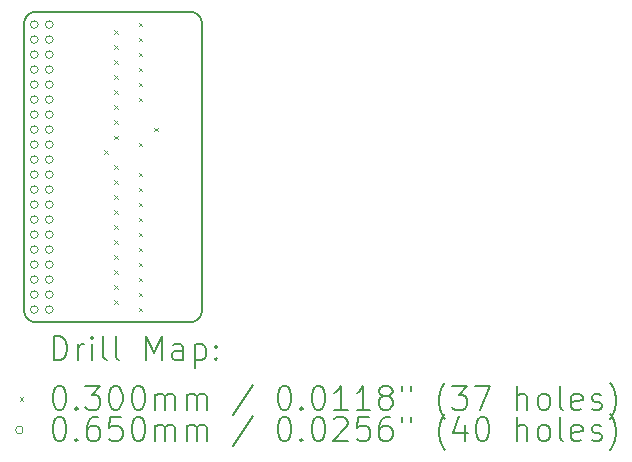
<source format=gbr>
%TF.GenerationSoftware,KiCad,Pcbnew,7.0.6-0*%
%TF.CreationDate,2023-10-14T16:51:07-04:00*%
%TF.ProjectId,RAM Module,52414d20-4d6f-4647-956c-652e6b696361,1*%
%TF.SameCoordinates,Original*%
%TF.FileFunction,Drillmap*%
%TF.FilePolarity,Positive*%
%FSLAX45Y45*%
G04 Gerber Fmt 4.5, Leading zero omitted, Abs format (unit mm)*
G04 Created by KiCad (PCBNEW 7.0.6-0) date 2023-10-14 16:51:07*
%MOMM*%
%LPD*%
G01*
G04 APERTURE LIST*
%ADD10C,0.150000*%
%ADD11C,0.200000*%
%ADD12C,0.030000*%
%ADD13C,0.065000*%
G04 APERTURE END LIST*
D10*
X14259000Y-8687000D02*
X14259000Y-11116284D01*
X15766008Y-8687000D02*
G75*
G03*
X15666000Y-8586992I-100008J0D01*
G01*
X14358716Y-11216291D02*
X15666284Y-11216291D01*
X14359008Y-8586990D02*
G75*
G03*
X14259000Y-8687000I2J-100010D01*
G01*
X15766291Y-11116284D02*
X15766291Y-8687000D01*
X15666284Y-11216291D02*
G75*
G03*
X15766291Y-11116284I-4J100011D01*
G01*
X14258708Y-11116284D02*
G75*
G03*
X14358716Y-11216291I100012J4D01*
G01*
X15666000Y-8586992D02*
X14359008Y-8586992D01*
D11*
D12*
X14936000Y-9760000D02*
X14966000Y-9790000D01*
X14966000Y-9760000D02*
X14936000Y-9790000D01*
X15023000Y-8743000D02*
X15053000Y-8773000D01*
X15053000Y-8743000D02*
X15023000Y-8773000D01*
X15023000Y-8870000D02*
X15053000Y-8900000D01*
X15053000Y-8870000D02*
X15023000Y-8900000D01*
X15023000Y-8997000D02*
X15053000Y-9027000D01*
X15053000Y-8997000D02*
X15023000Y-9027000D01*
X15023000Y-9124000D02*
X15053000Y-9154000D01*
X15053000Y-9124000D02*
X15023000Y-9154000D01*
X15023000Y-9251000D02*
X15053000Y-9281000D01*
X15053000Y-9251000D02*
X15023000Y-9281000D01*
X15023000Y-9379000D02*
X15053000Y-9409000D01*
X15053000Y-9379000D02*
X15023000Y-9409000D01*
X15023000Y-9506000D02*
X15053000Y-9536000D01*
X15053000Y-9506000D02*
X15023000Y-9536000D01*
X15023000Y-9637000D02*
X15053000Y-9667000D01*
X15053000Y-9637000D02*
X15023000Y-9667000D01*
X15023000Y-9886000D02*
X15053000Y-9916000D01*
X15053000Y-9886000D02*
X15023000Y-9916000D01*
X15023000Y-10013000D02*
X15053000Y-10043000D01*
X15053000Y-10013000D02*
X15023000Y-10043000D01*
X15023000Y-10140000D02*
X15053000Y-10170000D01*
X15053000Y-10140000D02*
X15023000Y-10170000D01*
X15023000Y-10267000D02*
X15053000Y-10297000D01*
X15053000Y-10267000D02*
X15023000Y-10297000D01*
X15023000Y-10395000D02*
X15053000Y-10425000D01*
X15053000Y-10395000D02*
X15023000Y-10425000D01*
X15023000Y-10521000D02*
X15053000Y-10551000D01*
X15053000Y-10521000D02*
X15023000Y-10551000D01*
X15023000Y-10648000D02*
X15053000Y-10678000D01*
X15053000Y-10648000D02*
X15023000Y-10678000D01*
X15023000Y-10775000D02*
X15053000Y-10805000D01*
X15053000Y-10775000D02*
X15023000Y-10805000D01*
X15023000Y-10902000D02*
X15053000Y-10932000D01*
X15053000Y-10902000D02*
X15023000Y-10932000D01*
X15023000Y-11030000D02*
X15053000Y-11060000D01*
X15053000Y-11030000D02*
X15023000Y-11060000D01*
X15231000Y-8680000D02*
X15261000Y-8710000D01*
X15261000Y-8680000D02*
X15231000Y-8710000D01*
X15231000Y-8807000D02*
X15261000Y-8837000D01*
X15261000Y-8807000D02*
X15231000Y-8837000D01*
X15231000Y-8934000D02*
X15261000Y-8964000D01*
X15261000Y-8934000D02*
X15231000Y-8964000D01*
X15231000Y-9061000D02*
X15261000Y-9091000D01*
X15261000Y-9061000D02*
X15231000Y-9091000D01*
X15231000Y-9188000D02*
X15261000Y-9218000D01*
X15261000Y-9188000D02*
X15231000Y-9218000D01*
X15231000Y-9315000D02*
X15261000Y-9345000D01*
X15261000Y-9315000D02*
X15231000Y-9345000D01*
X15231000Y-9695000D02*
X15261000Y-9725000D01*
X15261000Y-9695000D02*
X15231000Y-9725000D01*
X15231000Y-9950000D02*
X15261000Y-9980000D01*
X15261000Y-9950000D02*
X15231000Y-9980000D01*
X15231000Y-10077000D02*
X15261000Y-10107000D01*
X15261000Y-10077000D02*
X15231000Y-10107000D01*
X15231000Y-10204000D02*
X15261000Y-10234000D01*
X15261000Y-10204000D02*
X15231000Y-10234000D01*
X15231000Y-10331000D02*
X15261000Y-10361000D01*
X15261000Y-10331000D02*
X15231000Y-10361000D01*
X15231000Y-10458000D02*
X15261000Y-10488000D01*
X15261000Y-10458000D02*
X15231000Y-10488000D01*
X15231000Y-10585000D02*
X15261000Y-10615000D01*
X15261000Y-10585000D02*
X15231000Y-10615000D01*
X15231000Y-10712000D02*
X15261000Y-10742000D01*
X15261000Y-10712000D02*
X15231000Y-10742000D01*
X15231000Y-10839000D02*
X15261000Y-10869000D01*
X15261000Y-10839000D02*
X15231000Y-10869000D01*
X15231000Y-10966000D02*
X15261000Y-10996000D01*
X15261000Y-10966000D02*
X15231000Y-10996000D01*
X15231000Y-11093000D02*
X15261000Y-11123000D01*
X15261000Y-11093000D02*
X15231000Y-11123000D01*
X15360000Y-9569000D02*
X15390000Y-9599000D01*
X15390000Y-9569000D02*
X15360000Y-9599000D01*
D13*
X14378500Y-8695000D02*
G75*
G03*
X14378500Y-8695000I-32500J0D01*
G01*
X14378500Y-8822000D02*
G75*
G03*
X14378500Y-8822000I-32500J0D01*
G01*
X14378500Y-8949000D02*
G75*
G03*
X14378500Y-8949000I-32500J0D01*
G01*
X14378500Y-9076000D02*
G75*
G03*
X14378500Y-9076000I-32500J0D01*
G01*
X14378500Y-9203000D02*
G75*
G03*
X14378500Y-9203000I-32500J0D01*
G01*
X14378500Y-9330000D02*
G75*
G03*
X14378500Y-9330000I-32500J0D01*
G01*
X14378500Y-9457000D02*
G75*
G03*
X14378500Y-9457000I-32500J0D01*
G01*
X14378500Y-9584000D02*
G75*
G03*
X14378500Y-9584000I-32500J0D01*
G01*
X14378500Y-9711000D02*
G75*
G03*
X14378500Y-9711000I-32500J0D01*
G01*
X14378500Y-9838000D02*
G75*
G03*
X14378500Y-9838000I-32500J0D01*
G01*
X14378500Y-9965000D02*
G75*
G03*
X14378500Y-9965000I-32500J0D01*
G01*
X14378500Y-10092000D02*
G75*
G03*
X14378500Y-10092000I-32500J0D01*
G01*
X14378500Y-10219000D02*
G75*
G03*
X14378500Y-10219000I-32500J0D01*
G01*
X14378500Y-10346000D02*
G75*
G03*
X14378500Y-10346000I-32500J0D01*
G01*
X14378500Y-10473000D02*
G75*
G03*
X14378500Y-10473000I-32500J0D01*
G01*
X14378500Y-10600000D02*
G75*
G03*
X14378500Y-10600000I-32500J0D01*
G01*
X14378500Y-10727000D02*
G75*
G03*
X14378500Y-10727000I-32500J0D01*
G01*
X14378500Y-10854000D02*
G75*
G03*
X14378500Y-10854000I-32500J0D01*
G01*
X14378500Y-10981000D02*
G75*
G03*
X14378500Y-10981000I-32500J0D01*
G01*
X14378500Y-11108000D02*
G75*
G03*
X14378500Y-11108000I-32500J0D01*
G01*
X14505500Y-8695000D02*
G75*
G03*
X14505500Y-8695000I-32500J0D01*
G01*
X14505500Y-8822000D02*
G75*
G03*
X14505500Y-8822000I-32500J0D01*
G01*
X14505500Y-8949000D02*
G75*
G03*
X14505500Y-8949000I-32500J0D01*
G01*
X14505500Y-9076000D02*
G75*
G03*
X14505500Y-9076000I-32500J0D01*
G01*
X14505500Y-9203000D02*
G75*
G03*
X14505500Y-9203000I-32500J0D01*
G01*
X14505500Y-9330000D02*
G75*
G03*
X14505500Y-9330000I-32500J0D01*
G01*
X14505500Y-9457000D02*
G75*
G03*
X14505500Y-9457000I-32500J0D01*
G01*
X14505500Y-9584000D02*
G75*
G03*
X14505500Y-9584000I-32500J0D01*
G01*
X14505500Y-9711000D02*
G75*
G03*
X14505500Y-9711000I-32500J0D01*
G01*
X14505500Y-9838000D02*
G75*
G03*
X14505500Y-9838000I-32500J0D01*
G01*
X14505500Y-9965000D02*
G75*
G03*
X14505500Y-9965000I-32500J0D01*
G01*
X14505500Y-10092000D02*
G75*
G03*
X14505500Y-10092000I-32500J0D01*
G01*
X14505500Y-10219000D02*
G75*
G03*
X14505500Y-10219000I-32500J0D01*
G01*
X14505500Y-10346000D02*
G75*
G03*
X14505500Y-10346000I-32500J0D01*
G01*
X14505500Y-10473000D02*
G75*
G03*
X14505500Y-10473000I-32500J0D01*
G01*
X14505500Y-10600000D02*
G75*
G03*
X14505500Y-10600000I-32500J0D01*
G01*
X14505500Y-10727000D02*
G75*
G03*
X14505500Y-10727000I-32500J0D01*
G01*
X14505500Y-10854000D02*
G75*
G03*
X14505500Y-10854000I-32500J0D01*
G01*
X14505500Y-10981000D02*
G75*
G03*
X14505500Y-10981000I-32500J0D01*
G01*
X14505500Y-11108000D02*
G75*
G03*
X14505500Y-11108000I-32500J0D01*
G01*
D11*
X14511985Y-11535275D02*
X14511985Y-11335275D01*
X14511985Y-11335275D02*
X14559604Y-11335275D01*
X14559604Y-11335275D02*
X14588176Y-11344799D01*
X14588176Y-11344799D02*
X14607223Y-11363847D01*
X14607223Y-11363847D02*
X14616747Y-11382894D01*
X14616747Y-11382894D02*
X14626271Y-11420989D01*
X14626271Y-11420989D02*
X14626271Y-11449561D01*
X14626271Y-11449561D02*
X14616747Y-11487656D01*
X14616747Y-11487656D02*
X14607223Y-11506704D01*
X14607223Y-11506704D02*
X14588176Y-11525751D01*
X14588176Y-11525751D02*
X14559604Y-11535275D01*
X14559604Y-11535275D02*
X14511985Y-11535275D01*
X14711985Y-11535275D02*
X14711985Y-11401942D01*
X14711985Y-11440037D02*
X14721509Y-11420989D01*
X14721509Y-11420989D02*
X14731033Y-11411466D01*
X14731033Y-11411466D02*
X14750080Y-11401942D01*
X14750080Y-11401942D02*
X14769128Y-11401942D01*
X14835795Y-11535275D02*
X14835795Y-11401942D01*
X14835795Y-11335275D02*
X14826271Y-11344799D01*
X14826271Y-11344799D02*
X14835795Y-11354323D01*
X14835795Y-11354323D02*
X14845319Y-11344799D01*
X14845319Y-11344799D02*
X14835795Y-11335275D01*
X14835795Y-11335275D02*
X14835795Y-11354323D01*
X14959604Y-11535275D02*
X14940557Y-11525751D01*
X14940557Y-11525751D02*
X14931033Y-11506704D01*
X14931033Y-11506704D02*
X14931033Y-11335275D01*
X15064366Y-11535275D02*
X15045319Y-11525751D01*
X15045319Y-11525751D02*
X15035795Y-11506704D01*
X15035795Y-11506704D02*
X15035795Y-11335275D01*
X15292938Y-11535275D02*
X15292938Y-11335275D01*
X15292938Y-11335275D02*
X15359604Y-11478132D01*
X15359604Y-11478132D02*
X15426271Y-11335275D01*
X15426271Y-11335275D02*
X15426271Y-11535275D01*
X15607223Y-11535275D02*
X15607223Y-11430513D01*
X15607223Y-11430513D02*
X15597700Y-11411466D01*
X15597700Y-11411466D02*
X15578652Y-11401942D01*
X15578652Y-11401942D02*
X15540557Y-11401942D01*
X15540557Y-11401942D02*
X15521509Y-11411466D01*
X15607223Y-11525751D02*
X15588176Y-11535275D01*
X15588176Y-11535275D02*
X15540557Y-11535275D01*
X15540557Y-11535275D02*
X15521509Y-11525751D01*
X15521509Y-11525751D02*
X15511985Y-11506704D01*
X15511985Y-11506704D02*
X15511985Y-11487656D01*
X15511985Y-11487656D02*
X15521509Y-11468609D01*
X15521509Y-11468609D02*
X15540557Y-11459085D01*
X15540557Y-11459085D02*
X15588176Y-11459085D01*
X15588176Y-11459085D02*
X15607223Y-11449561D01*
X15702461Y-11401942D02*
X15702461Y-11601942D01*
X15702461Y-11411466D02*
X15721509Y-11401942D01*
X15721509Y-11401942D02*
X15759604Y-11401942D01*
X15759604Y-11401942D02*
X15778652Y-11411466D01*
X15778652Y-11411466D02*
X15788176Y-11420989D01*
X15788176Y-11420989D02*
X15797700Y-11440037D01*
X15797700Y-11440037D02*
X15797700Y-11497180D01*
X15797700Y-11497180D02*
X15788176Y-11516228D01*
X15788176Y-11516228D02*
X15778652Y-11525751D01*
X15778652Y-11525751D02*
X15759604Y-11535275D01*
X15759604Y-11535275D02*
X15721509Y-11535275D01*
X15721509Y-11535275D02*
X15702461Y-11525751D01*
X15883414Y-11516228D02*
X15892938Y-11525751D01*
X15892938Y-11525751D02*
X15883414Y-11535275D01*
X15883414Y-11535275D02*
X15873890Y-11525751D01*
X15873890Y-11525751D02*
X15883414Y-11516228D01*
X15883414Y-11516228D02*
X15883414Y-11535275D01*
X15883414Y-11411466D02*
X15892938Y-11420989D01*
X15892938Y-11420989D02*
X15883414Y-11430513D01*
X15883414Y-11430513D02*
X15873890Y-11420989D01*
X15873890Y-11420989D02*
X15883414Y-11411466D01*
X15883414Y-11411466D02*
X15883414Y-11430513D01*
D12*
X14221208Y-11848791D02*
X14251208Y-11878791D01*
X14251208Y-11848791D02*
X14221208Y-11878791D01*
D11*
X14550080Y-11755275D02*
X14569128Y-11755275D01*
X14569128Y-11755275D02*
X14588176Y-11764799D01*
X14588176Y-11764799D02*
X14597700Y-11774323D01*
X14597700Y-11774323D02*
X14607223Y-11793370D01*
X14607223Y-11793370D02*
X14616747Y-11831466D01*
X14616747Y-11831466D02*
X14616747Y-11879085D01*
X14616747Y-11879085D02*
X14607223Y-11917180D01*
X14607223Y-11917180D02*
X14597700Y-11936228D01*
X14597700Y-11936228D02*
X14588176Y-11945751D01*
X14588176Y-11945751D02*
X14569128Y-11955275D01*
X14569128Y-11955275D02*
X14550080Y-11955275D01*
X14550080Y-11955275D02*
X14531033Y-11945751D01*
X14531033Y-11945751D02*
X14521509Y-11936228D01*
X14521509Y-11936228D02*
X14511985Y-11917180D01*
X14511985Y-11917180D02*
X14502461Y-11879085D01*
X14502461Y-11879085D02*
X14502461Y-11831466D01*
X14502461Y-11831466D02*
X14511985Y-11793370D01*
X14511985Y-11793370D02*
X14521509Y-11774323D01*
X14521509Y-11774323D02*
X14531033Y-11764799D01*
X14531033Y-11764799D02*
X14550080Y-11755275D01*
X14702461Y-11936228D02*
X14711985Y-11945751D01*
X14711985Y-11945751D02*
X14702461Y-11955275D01*
X14702461Y-11955275D02*
X14692938Y-11945751D01*
X14692938Y-11945751D02*
X14702461Y-11936228D01*
X14702461Y-11936228D02*
X14702461Y-11955275D01*
X14778652Y-11755275D02*
X14902461Y-11755275D01*
X14902461Y-11755275D02*
X14835795Y-11831466D01*
X14835795Y-11831466D02*
X14864366Y-11831466D01*
X14864366Y-11831466D02*
X14883414Y-11840989D01*
X14883414Y-11840989D02*
X14892938Y-11850513D01*
X14892938Y-11850513D02*
X14902461Y-11869561D01*
X14902461Y-11869561D02*
X14902461Y-11917180D01*
X14902461Y-11917180D02*
X14892938Y-11936228D01*
X14892938Y-11936228D02*
X14883414Y-11945751D01*
X14883414Y-11945751D02*
X14864366Y-11955275D01*
X14864366Y-11955275D02*
X14807223Y-11955275D01*
X14807223Y-11955275D02*
X14788176Y-11945751D01*
X14788176Y-11945751D02*
X14778652Y-11936228D01*
X15026271Y-11755275D02*
X15045319Y-11755275D01*
X15045319Y-11755275D02*
X15064366Y-11764799D01*
X15064366Y-11764799D02*
X15073890Y-11774323D01*
X15073890Y-11774323D02*
X15083414Y-11793370D01*
X15083414Y-11793370D02*
X15092938Y-11831466D01*
X15092938Y-11831466D02*
X15092938Y-11879085D01*
X15092938Y-11879085D02*
X15083414Y-11917180D01*
X15083414Y-11917180D02*
X15073890Y-11936228D01*
X15073890Y-11936228D02*
X15064366Y-11945751D01*
X15064366Y-11945751D02*
X15045319Y-11955275D01*
X15045319Y-11955275D02*
X15026271Y-11955275D01*
X15026271Y-11955275D02*
X15007223Y-11945751D01*
X15007223Y-11945751D02*
X14997700Y-11936228D01*
X14997700Y-11936228D02*
X14988176Y-11917180D01*
X14988176Y-11917180D02*
X14978652Y-11879085D01*
X14978652Y-11879085D02*
X14978652Y-11831466D01*
X14978652Y-11831466D02*
X14988176Y-11793370D01*
X14988176Y-11793370D02*
X14997700Y-11774323D01*
X14997700Y-11774323D02*
X15007223Y-11764799D01*
X15007223Y-11764799D02*
X15026271Y-11755275D01*
X15216747Y-11755275D02*
X15235795Y-11755275D01*
X15235795Y-11755275D02*
X15254842Y-11764799D01*
X15254842Y-11764799D02*
X15264366Y-11774323D01*
X15264366Y-11774323D02*
X15273890Y-11793370D01*
X15273890Y-11793370D02*
X15283414Y-11831466D01*
X15283414Y-11831466D02*
X15283414Y-11879085D01*
X15283414Y-11879085D02*
X15273890Y-11917180D01*
X15273890Y-11917180D02*
X15264366Y-11936228D01*
X15264366Y-11936228D02*
X15254842Y-11945751D01*
X15254842Y-11945751D02*
X15235795Y-11955275D01*
X15235795Y-11955275D02*
X15216747Y-11955275D01*
X15216747Y-11955275D02*
X15197700Y-11945751D01*
X15197700Y-11945751D02*
X15188176Y-11936228D01*
X15188176Y-11936228D02*
X15178652Y-11917180D01*
X15178652Y-11917180D02*
X15169128Y-11879085D01*
X15169128Y-11879085D02*
X15169128Y-11831466D01*
X15169128Y-11831466D02*
X15178652Y-11793370D01*
X15178652Y-11793370D02*
X15188176Y-11774323D01*
X15188176Y-11774323D02*
X15197700Y-11764799D01*
X15197700Y-11764799D02*
X15216747Y-11755275D01*
X15369128Y-11955275D02*
X15369128Y-11821942D01*
X15369128Y-11840989D02*
X15378652Y-11831466D01*
X15378652Y-11831466D02*
X15397700Y-11821942D01*
X15397700Y-11821942D02*
X15426271Y-11821942D01*
X15426271Y-11821942D02*
X15445319Y-11831466D01*
X15445319Y-11831466D02*
X15454842Y-11850513D01*
X15454842Y-11850513D02*
X15454842Y-11955275D01*
X15454842Y-11850513D02*
X15464366Y-11831466D01*
X15464366Y-11831466D02*
X15483414Y-11821942D01*
X15483414Y-11821942D02*
X15511985Y-11821942D01*
X15511985Y-11821942D02*
X15531033Y-11831466D01*
X15531033Y-11831466D02*
X15540557Y-11850513D01*
X15540557Y-11850513D02*
X15540557Y-11955275D01*
X15635795Y-11955275D02*
X15635795Y-11821942D01*
X15635795Y-11840989D02*
X15645319Y-11831466D01*
X15645319Y-11831466D02*
X15664366Y-11821942D01*
X15664366Y-11821942D02*
X15692938Y-11821942D01*
X15692938Y-11821942D02*
X15711985Y-11831466D01*
X15711985Y-11831466D02*
X15721509Y-11850513D01*
X15721509Y-11850513D02*
X15721509Y-11955275D01*
X15721509Y-11850513D02*
X15731033Y-11831466D01*
X15731033Y-11831466D02*
X15750081Y-11821942D01*
X15750081Y-11821942D02*
X15778652Y-11821942D01*
X15778652Y-11821942D02*
X15797700Y-11831466D01*
X15797700Y-11831466D02*
X15807223Y-11850513D01*
X15807223Y-11850513D02*
X15807223Y-11955275D01*
X16197700Y-11745751D02*
X16026271Y-12002894D01*
X16454843Y-11755275D02*
X16473890Y-11755275D01*
X16473890Y-11755275D02*
X16492938Y-11764799D01*
X16492938Y-11764799D02*
X16502462Y-11774323D01*
X16502462Y-11774323D02*
X16511985Y-11793370D01*
X16511985Y-11793370D02*
X16521509Y-11831466D01*
X16521509Y-11831466D02*
X16521509Y-11879085D01*
X16521509Y-11879085D02*
X16511985Y-11917180D01*
X16511985Y-11917180D02*
X16502462Y-11936228D01*
X16502462Y-11936228D02*
X16492938Y-11945751D01*
X16492938Y-11945751D02*
X16473890Y-11955275D01*
X16473890Y-11955275D02*
X16454843Y-11955275D01*
X16454843Y-11955275D02*
X16435795Y-11945751D01*
X16435795Y-11945751D02*
X16426271Y-11936228D01*
X16426271Y-11936228D02*
X16416747Y-11917180D01*
X16416747Y-11917180D02*
X16407224Y-11879085D01*
X16407224Y-11879085D02*
X16407224Y-11831466D01*
X16407224Y-11831466D02*
X16416747Y-11793370D01*
X16416747Y-11793370D02*
X16426271Y-11774323D01*
X16426271Y-11774323D02*
X16435795Y-11764799D01*
X16435795Y-11764799D02*
X16454843Y-11755275D01*
X16607224Y-11936228D02*
X16616747Y-11945751D01*
X16616747Y-11945751D02*
X16607224Y-11955275D01*
X16607224Y-11955275D02*
X16597700Y-11945751D01*
X16597700Y-11945751D02*
X16607224Y-11936228D01*
X16607224Y-11936228D02*
X16607224Y-11955275D01*
X16740557Y-11755275D02*
X16759605Y-11755275D01*
X16759605Y-11755275D02*
X16778652Y-11764799D01*
X16778652Y-11764799D02*
X16788176Y-11774323D01*
X16788176Y-11774323D02*
X16797700Y-11793370D01*
X16797700Y-11793370D02*
X16807224Y-11831466D01*
X16807224Y-11831466D02*
X16807224Y-11879085D01*
X16807224Y-11879085D02*
X16797700Y-11917180D01*
X16797700Y-11917180D02*
X16788176Y-11936228D01*
X16788176Y-11936228D02*
X16778652Y-11945751D01*
X16778652Y-11945751D02*
X16759605Y-11955275D01*
X16759605Y-11955275D02*
X16740557Y-11955275D01*
X16740557Y-11955275D02*
X16721509Y-11945751D01*
X16721509Y-11945751D02*
X16711985Y-11936228D01*
X16711985Y-11936228D02*
X16702462Y-11917180D01*
X16702462Y-11917180D02*
X16692938Y-11879085D01*
X16692938Y-11879085D02*
X16692938Y-11831466D01*
X16692938Y-11831466D02*
X16702462Y-11793370D01*
X16702462Y-11793370D02*
X16711985Y-11774323D01*
X16711985Y-11774323D02*
X16721509Y-11764799D01*
X16721509Y-11764799D02*
X16740557Y-11755275D01*
X16997700Y-11955275D02*
X16883414Y-11955275D01*
X16940557Y-11955275D02*
X16940557Y-11755275D01*
X16940557Y-11755275D02*
X16921509Y-11783847D01*
X16921509Y-11783847D02*
X16902462Y-11802894D01*
X16902462Y-11802894D02*
X16883414Y-11812418D01*
X17188176Y-11955275D02*
X17073890Y-11955275D01*
X17131033Y-11955275D02*
X17131033Y-11755275D01*
X17131033Y-11755275D02*
X17111986Y-11783847D01*
X17111986Y-11783847D02*
X17092938Y-11802894D01*
X17092938Y-11802894D02*
X17073890Y-11812418D01*
X17302462Y-11840989D02*
X17283414Y-11831466D01*
X17283414Y-11831466D02*
X17273890Y-11821942D01*
X17273890Y-11821942D02*
X17264367Y-11802894D01*
X17264367Y-11802894D02*
X17264367Y-11793370D01*
X17264367Y-11793370D02*
X17273890Y-11774323D01*
X17273890Y-11774323D02*
X17283414Y-11764799D01*
X17283414Y-11764799D02*
X17302462Y-11755275D01*
X17302462Y-11755275D02*
X17340557Y-11755275D01*
X17340557Y-11755275D02*
X17359605Y-11764799D01*
X17359605Y-11764799D02*
X17369128Y-11774323D01*
X17369128Y-11774323D02*
X17378652Y-11793370D01*
X17378652Y-11793370D02*
X17378652Y-11802894D01*
X17378652Y-11802894D02*
X17369128Y-11821942D01*
X17369128Y-11821942D02*
X17359605Y-11831466D01*
X17359605Y-11831466D02*
X17340557Y-11840989D01*
X17340557Y-11840989D02*
X17302462Y-11840989D01*
X17302462Y-11840989D02*
X17283414Y-11850513D01*
X17283414Y-11850513D02*
X17273890Y-11860037D01*
X17273890Y-11860037D02*
X17264367Y-11879085D01*
X17264367Y-11879085D02*
X17264367Y-11917180D01*
X17264367Y-11917180D02*
X17273890Y-11936228D01*
X17273890Y-11936228D02*
X17283414Y-11945751D01*
X17283414Y-11945751D02*
X17302462Y-11955275D01*
X17302462Y-11955275D02*
X17340557Y-11955275D01*
X17340557Y-11955275D02*
X17359605Y-11945751D01*
X17359605Y-11945751D02*
X17369128Y-11936228D01*
X17369128Y-11936228D02*
X17378652Y-11917180D01*
X17378652Y-11917180D02*
X17378652Y-11879085D01*
X17378652Y-11879085D02*
X17369128Y-11860037D01*
X17369128Y-11860037D02*
X17359605Y-11850513D01*
X17359605Y-11850513D02*
X17340557Y-11840989D01*
X17454843Y-11755275D02*
X17454843Y-11793370D01*
X17531033Y-11755275D02*
X17531033Y-11793370D01*
X17826271Y-12031466D02*
X17816748Y-12021942D01*
X17816748Y-12021942D02*
X17797700Y-11993370D01*
X17797700Y-11993370D02*
X17788176Y-11974323D01*
X17788176Y-11974323D02*
X17778652Y-11945751D01*
X17778652Y-11945751D02*
X17769129Y-11898132D01*
X17769129Y-11898132D02*
X17769129Y-11860037D01*
X17769129Y-11860037D02*
X17778652Y-11812418D01*
X17778652Y-11812418D02*
X17788176Y-11783847D01*
X17788176Y-11783847D02*
X17797700Y-11764799D01*
X17797700Y-11764799D02*
X17816748Y-11736228D01*
X17816748Y-11736228D02*
X17826271Y-11726704D01*
X17883414Y-11755275D02*
X18007224Y-11755275D01*
X18007224Y-11755275D02*
X17940557Y-11831466D01*
X17940557Y-11831466D02*
X17969129Y-11831466D01*
X17969129Y-11831466D02*
X17988176Y-11840989D01*
X17988176Y-11840989D02*
X17997700Y-11850513D01*
X17997700Y-11850513D02*
X18007224Y-11869561D01*
X18007224Y-11869561D02*
X18007224Y-11917180D01*
X18007224Y-11917180D02*
X17997700Y-11936228D01*
X17997700Y-11936228D02*
X17988176Y-11945751D01*
X17988176Y-11945751D02*
X17969129Y-11955275D01*
X17969129Y-11955275D02*
X17911986Y-11955275D01*
X17911986Y-11955275D02*
X17892938Y-11945751D01*
X17892938Y-11945751D02*
X17883414Y-11936228D01*
X18073890Y-11755275D02*
X18207224Y-11755275D01*
X18207224Y-11755275D02*
X18121509Y-11955275D01*
X18435795Y-11955275D02*
X18435795Y-11755275D01*
X18521510Y-11955275D02*
X18521510Y-11850513D01*
X18521510Y-11850513D02*
X18511986Y-11831466D01*
X18511986Y-11831466D02*
X18492938Y-11821942D01*
X18492938Y-11821942D02*
X18464367Y-11821942D01*
X18464367Y-11821942D02*
X18445319Y-11831466D01*
X18445319Y-11831466D02*
X18435795Y-11840989D01*
X18645319Y-11955275D02*
X18626271Y-11945751D01*
X18626271Y-11945751D02*
X18616748Y-11936228D01*
X18616748Y-11936228D02*
X18607224Y-11917180D01*
X18607224Y-11917180D02*
X18607224Y-11860037D01*
X18607224Y-11860037D02*
X18616748Y-11840989D01*
X18616748Y-11840989D02*
X18626271Y-11831466D01*
X18626271Y-11831466D02*
X18645319Y-11821942D01*
X18645319Y-11821942D02*
X18673891Y-11821942D01*
X18673891Y-11821942D02*
X18692938Y-11831466D01*
X18692938Y-11831466D02*
X18702462Y-11840989D01*
X18702462Y-11840989D02*
X18711986Y-11860037D01*
X18711986Y-11860037D02*
X18711986Y-11917180D01*
X18711986Y-11917180D02*
X18702462Y-11936228D01*
X18702462Y-11936228D02*
X18692938Y-11945751D01*
X18692938Y-11945751D02*
X18673891Y-11955275D01*
X18673891Y-11955275D02*
X18645319Y-11955275D01*
X18826271Y-11955275D02*
X18807224Y-11945751D01*
X18807224Y-11945751D02*
X18797700Y-11926704D01*
X18797700Y-11926704D02*
X18797700Y-11755275D01*
X18978652Y-11945751D02*
X18959605Y-11955275D01*
X18959605Y-11955275D02*
X18921510Y-11955275D01*
X18921510Y-11955275D02*
X18902462Y-11945751D01*
X18902462Y-11945751D02*
X18892938Y-11926704D01*
X18892938Y-11926704D02*
X18892938Y-11850513D01*
X18892938Y-11850513D02*
X18902462Y-11831466D01*
X18902462Y-11831466D02*
X18921510Y-11821942D01*
X18921510Y-11821942D02*
X18959605Y-11821942D01*
X18959605Y-11821942D02*
X18978652Y-11831466D01*
X18978652Y-11831466D02*
X18988176Y-11850513D01*
X18988176Y-11850513D02*
X18988176Y-11869561D01*
X18988176Y-11869561D02*
X18892938Y-11888609D01*
X19064367Y-11945751D02*
X19083414Y-11955275D01*
X19083414Y-11955275D02*
X19121510Y-11955275D01*
X19121510Y-11955275D02*
X19140557Y-11945751D01*
X19140557Y-11945751D02*
X19150081Y-11926704D01*
X19150081Y-11926704D02*
X19150081Y-11917180D01*
X19150081Y-11917180D02*
X19140557Y-11898132D01*
X19140557Y-11898132D02*
X19121510Y-11888609D01*
X19121510Y-11888609D02*
X19092938Y-11888609D01*
X19092938Y-11888609D02*
X19073891Y-11879085D01*
X19073891Y-11879085D02*
X19064367Y-11860037D01*
X19064367Y-11860037D02*
X19064367Y-11850513D01*
X19064367Y-11850513D02*
X19073891Y-11831466D01*
X19073891Y-11831466D02*
X19092938Y-11821942D01*
X19092938Y-11821942D02*
X19121510Y-11821942D01*
X19121510Y-11821942D02*
X19140557Y-11831466D01*
X19216748Y-12031466D02*
X19226272Y-12021942D01*
X19226272Y-12021942D02*
X19245319Y-11993370D01*
X19245319Y-11993370D02*
X19254843Y-11974323D01*
X19254843Y-11974323D02*
X19264367Y-11945751D01*
X19264367Y-11945751D02*
X19273891Y-11898132D01*
X19273891Y-11898132D02*
X19273891Y-11860037D01*
X19273891Y-11860037D02*
X19264367Y-11812418D01*
X19264367Y-11812418D02*
X19254843Y-11783847D01*
X19254843Y-11783847D02*
X19245319Y-11764799D01*
X19245319Y-11764799D02*
X19226272Y-11736228D01*
X19226272Y-11736228D02*
X19216748Y-11726704D01*
D13*
X14251208Y-12127791D02*
G75*
G03*
X14251208Y-12127791I-32500J0D01*
G01*
D11*
X14550080Y-12019275D02*
X14569128Y-12019275D01*
X14569128Y-12019275D02*
X14588176Y-12028799D01*
X14588176Y-12028799D02*
X14597700Y-12038323D01*
X14597700Y-12038323D02*
X14607223Y-12057370D01*
X14607223Y-12057370D02*
X14616747Y-12095466D01*
X14616747Y-12095466D02*
X14616747Y-12143085D01*
X14616747Y-12143085D02*
X14607223Y-12181180D01*
X14607223Y-12181180D02*
X14597700Y-12200228D01*
X14597700Y-12200228D02*
X14588176Y-12209751D01*
X14588176Y-12209751D02*
X14569128Y-12219275D01*
X14569128Y-12219275D02*
X14550080Y-12219275D01*
X14550080Y-12219275D02*
X14531033Y-12209751D01*
X14531033Y-12209751D02*
X14521509Y-12200228D01*
X14521509Y-12200228D02*
X14511985Y-12181180D01*
X14511985Y-12181180D02*
X14502461Y-12143085D01*
X14502461Y-12143085D02*
X14502461Y-12095466D01*
X14502461Y-12095466D02*
X14511985Y-12057370D01*
X14511985Y-12057370D02*
X14521509Y-12038323D01*
X14521509Y-12038323D02*
X14531033Y-12028799D01*
X14531033Y-12028799D02*
X14550080Y-12019275D01*
X14702461Y-12200228D02*
X14711985Y-12209751D01*
X14711985Y-12209751D02*
X14702461Y-12219275D01*
X14702461Y-12219275D02*
X14692938Y-12209751D01*
X14692938Y-12209751D02*
X14702461Y-12200228D01*
X14702461Y-12200228D02*
X14702461Y-12219275D01*
X14883414Y-12019275D02*
X14845319Y-12019275D01*
X14845319Y-12019275D02*
X14826271Y-12028799D01*
X14826271Y-12028799D02*
X14816747Y-12038323D01*
X14816747Y-12038323D02*
X14797700Y-12066894D01*
X14797700Y-12066894D02*
X14788176Y-12104989D01*
X14788176Y-12104989D02*
X14788176Y-12181180D01*
X14788176Y-12181180D02*
X14797700Y-12200228D01*
X14797700Y-12200228D02*
X14807223Y-12209751D01*
X14807223Y-12209751D02*
X14826271Y-12219275D01*
X14826271Y-12219275D02*
X14864366Y-12219275D01*
X14864366Y-12219275D02*
X14883414Y-12209751D01*
X14883414Y-12209751D02*
X14892938Y-12200228D01*
X14892938Y-12200228D02*
X14902461Y-12181180D01*
X14902461Y-12181180D02*
X14902461Y-12133561D01*
X14902461Y-12133561D02*
X14892938Y-12114513D01*
X14892938Y-12114513D02*
X14883414Y-12104989D01*
X14883414Y-12104989D02*
X14864366Y-12095466D01*
X14864366Y-12095466D02*
X14826271Y-12095466D01*
X14826271Y-12095466D02*
X14807223Y-12104989D01*
X14807223Y-12104989D02*
X14797700Y-12114513D01*
X14797700Y-12114513D02*
X14788176Y-12133561D01*
X15083414Y-12019275D02*
X14988176Y-12019275D01*
X14988176Y-12019275D02*
X14978652Y-12114513D01*
X14978652Y-12114513D02*
X14988176Y-12104989D01*
X14988176Y-12104989D02*
X15007223Y-12095466D01*
X15007223Y-12095466D02*
X15054842Y-12095466D01*
X15054842Y-12095466D02*
X15073890Y-12104989D01*
X15073890Y-12104989D02*
X15083414Y-12114513D01*
X15083414Y-12114513D02*
X15092938Y-12133561D01*
X15092938Y-12133561D02*
X15092938Y-12181180D01*
X15092938Y-12181180D02*
X15083414Y-12200228D01*
X15083414Y-12200228D02*
X15073890Y-12209751D01*
X15073890Y-12209751D02*
X15054842Y-12219275D01*
X15054842Y-12219275D02*
X15007223Y-12219275D01*
X15007223Y-12219275D02*
X14988176Y-12209751D01*
X14988176Y-12209751D02*
X14978652Y-12200228D01*
X15216747Y-12019275D02*
X15235795Y-12019275D01*
X15235795Y-12019275D02*
X15254842Y-12028799D01*
X15254842Y-12028799D02*
X15264366Y-12038323D01*
X15264366Y-12038323D02*
X15273890Y-12057370D01*
X15273890Y-12057370D02*
X15283414Y-12095466D01*
X15283414Y-12095466D02*
X15283414Y-12143085D01*
X15283414Y-12143085D02*
X15273890Y-12181180D01*
X15273890Y-12181180D02*
X15264366Y-12200228D01*
X15264366Y-12200228D02*
X15254842Y-12209751D01*
X15254842Y-12209751D02*
X15235795Y-12219275D01*
X15235795Y-12219275D02*
X15216747Y-12219275D01*
X15216747Y-12219275D02*
X15197700Y-12209751D01*
X15197700Y-12209751D02*
X15188176Y-12200228D01*
X15188176Y-12200228D02*
X15178652Y-12181180D01*
X15178652Y-12181180D02*
X15169128Y-12143085D01*
X15169128Y-12143085D02*
X15169128Y-12095466D01*
X15169128Y-12095466D02*
X15178652Y-12057370D01*
X15178652Y-12057370D02*
X15188176Y-12038323D01*
X15188176Y-12038323D02*
X15197700Y-12028799D01*
X15197700Y-12028799D02*
X15216747Y-12019275D01*
X15369128Y-12219275D02*
X15369128Y-12085942D01*
X15369128Y-12104989D02*
X15378652Y-12095466D01*
X15378652Y-12095466D02*
X15397700Y-12085942D01*
X15397700Y-12085942D02*
X15426271Y-12085942D01*
X15426271Y-12085942D02*
X15445319Y-12095466D01*
X15445319Y-12095466D02*
X15454842Y-12114513D01*
X15454842Y-12114513D02*
X15454842Y-12219275D01*
X15454842Y-12114513D02*
X15464366Y-12095466D01*
X15464366Y-12095466D02*
X15483414Y-12085942D01*
X15483414Y-12085942D02*
X15511985Y-12085942D01*
X15511985Y-12085942D02*
X15531033Y-12095466D01*
X15531033Y-12095466D02*
X15540557Y-12114513D01*
X15540557Y-12114513D02*
X15540557Y-12219275D01*
X15635795Y-12219275D02*
X15635795Y-12085942D01*
X15635795Y-12104989D02*
X15645319Y-12095466D01*
X15645319Y-12095466D02*
X15664366Y-12085942D01*
X15664366Y-12085942D02*
X15692938Y-12085942D01*
X15692938Y-12085942D02*
X15711985Y-12095466D01*
X15711985Y-12095466D02*
X15721509Y-12114513D01*
X15721509Y-12114513D02*
X15721509Y-12219275D01*
X15721509Y-12114513D02*
X15731033Y-12095466D01*
X15731033Y-12095466D02*
X15750081Y-12085942D01*
X15750081Y-12085942D02*
X15778652Y-12085942D01*
X15778652Y-12085942D02*
X15797700Y-12095466D01*
X15797700Y-12095466D02*
X15807223Y-12114513D01*
X15807223Y-12114513D02*
X15807223Y-12219275D01*
X16197700Y-12009751D02*
X16026271Y-12266894D01*
X16454843Y-12019275D02*
X16473890Y-12019275D01*
X16473890Y-12019275D02*
X16492938Y-12028799D01*
X16492938Y-12028799D02*
X16502462Y-12038323D01*
X16502462Y-12038323D02*
X16511985Y-12057370D01*
X16511985Y-12057370D02*
X16521509Y-12095466D01*
X16521509Y-12095466D02*
X16521509Y-12143085D01*
X16521509Y-12143085D02*
X16511985Y-12181180D01*
X16511985Y-12181180D02*
X16502462Y-12200228D01*
X16502462Y-12200228D02*
X16492938Y-12209751D01*
X16492938Y-12209751D02*
X16473890Y-12219275D01*
X16473890Y-12219275D02*
X16454843Y-12219275D01*
X16454843Y-12219275D02*
X16435795Y-12209751D01*
X16435795Y-12209751D02*
X16426271Y-12200228D01*
X16426271Y-12200228D02*
X16416747Y-12181180D01*
X16416747Y-12181180D02*
X16407224Y-12143085D01*
X16407224Y-12143085D02*
X16407224Y-12095466D01*
X16407224Y-12095466D02*
X16416747Y-12057370D01*
X16416747Y-12057370D02*
X16426271Y-12038323D01*
X16426271Y-12038323D02*
X16435795Y-12028799D01*
X16435795Y-12028799D02*
X16454843Y-12019275D01*
X16607224Y-12200228D02*
X16616747Y-12209751D01*
X16616747Y-12209751D02*
X16607224Y-12219275D01*
X16607224Y-12219275D02*
X16597700Y-12209751D01*
X16597700Y-12209751D02*
X16607224Y-12200228D01*
X16607224Y-12200228D02*
X16607224Y-12219275D01*
X16740557Y-12019275D02*
X16759605Y-12019275D01*
X16759605Y-12019275D02*
X16778652Y-12028799D01*
X16778652Y-12028799D02*
X16788176Y-12038323D01*
X16788176Y-12038323D02*
X16797700Y-12057370D01*
X16797700Y-12057370D02*
X16807224Y-12095466D01*
X16807224Y-12095466D02*
X16807224Y-12143085D01*
X16807224Y-12143085D02*
X16797700Y-12181180D01*
X16797700Y-12181180D02*
X16788176Y-12200228D01*
X16788176Y-12200228D02*
X16778652Y-12209751D01*
X16778652Y-12209751D02*
X16759605Y-12219275D01*
X16759605Y-12219275D02*
X16740557Y-12219275D01*
X16740557Y-12219275D02*
X16721509Y-12209751D01*
X16721509Y-12209751D02*
X16711985Y-12200228D01*
X16711985Y-12200228D02*
X16702462Y-12181180D01*
X16702462Y-12181180D02*
X16692938Y-12143085D01*
X16692938Y-12143085D02*
X16692938Y-12095466D01*
X16692938Y-12095466D02*
X16702462Y-12057370D01*
X16702462Y-12057370D02*
X16711985Y-12038323D01*
X16711985Y-12038323D02*
X16721509Y-12028799D01*
X16721509Y-12028799D02*
X16740557Y-12019275D01*
X16883414Y-12038323D02*
X16892938Y-12028799D01*
X16892938Y-12028799D02*
X16911986Y-12019275D01*
X16911986Y-12019275D02*
X16959605Y-12019275D01*
X16959605Y-12019275D02*
X16978652Y-12028799D01*
X16978652Y-12028799D02*
X16988176Y-12038323D01*
X16988176Y-12038323D02*
X16997700Y-12057370D01*
X16997700Y-12057370D02*
X16997700Y-12076418D01*
X16997700Y-12076418D02*
X16988176Y-12104989D01*
X16988176Y-12104989D02*
X16873890Y-12219275D01*
X16873890Y-12219275D02*
X16997700Y-12219275D01*
X17178652Y-12019275D02*
X17083414Y-12019275D01*
X17083414Y-12019275D02*
X17073890Y-12114513D01*
X17073890Y-12114513D02*
X17083414Y-12104989D01*
X17083414Y-12104989D02*
X17102462Y-12095466D01*
X17102462Y-12095466D02*
X17150081Y-12095466D01*
X17150081Y-12095466D02*
X17169128Y-12104989D01*
X17169128Y-12104989D02*
X17178652Y-12114513D01*
X17178652Y-12114513D02*
X17188176Y-12133561D01*
X17188176Y-12133561D02*
X17188176Y-12181180D01*
X17188176Y-12181180D02*
X17178652Y-12200228D01*
X17178652Y-12200228D02*
X17169128Y-12209751D01*
X17169128Y-12209751D02*
X17150081Y-12219275D01*
X17150081Y-12219275D02*
X17102462Y-12219275D01*
X17102462Y-12219275D02*
X17083414Y-12209751D01*
X17083414Y-12209751D02*
X17073890Y-12200228D01*
X17359605Y-12019275D02*
X17321509Y-12019275D01*
X17321509Y-12019275D02*
X17302462Y-12028799D01*
X17302462Y-12028799D02*
X17292938Y-12038323D01*
X17292938Y-12038323D02*
X17273890Y-12066894D01*
X17273890Y-12066894D02*
X17264367Y-12104989D01*
X17264367Y-12104989D02*
X17264367Y-12181180D01*
X17264367Y-12181180D02*
X17273890Y-12200228D01*
X17273890Y-12200228D02*
X17283414Y-12209751D01*
X17283414Y-12209751D02*
X17302462Y-12219275D01*
X17302462Y-12219275D02*
X17340557Y-12219275D01*
X17340557Y-12219275D02*
X17359605Y-12209751D01*
X17359605Y-12209751D02*
X17369128Y-12200228D01*
X17369128Y-12200228D02*
X17378652Y-12181180D01*
X17378652Y-12181180D02*
X17378652Y-12133561D01*
X17378652Y-12133561D02*
X17369128Y-12114513D01*
X17369128Y-12114513D02*
X17359605Y-12104989D01*
X17359605Y-12104989D02*
X17340557Y-12095466D01*
X17340557Y-12095466D02*
X17302462Y-12095466D01*
X17302462Y-12095466D02*
X17283414Y-12104989D01*
X17283414Y-12104989D02*
X17273890Y-12114513D01*
X17273890Y-12114513D02*
X17264367Y-12133561D01*
X17454843Y-12019275D02*
X17454843Y-12057370D01*
X17531033Y-12019275D02*
X17531033Y-12057370D01*
X17826271Y-12295466D02*
X17816748Y-12285942D01*
X17816748Y-12285942D02*
X17797700Y-12257370D01*
X17797700Y-12257370D02*
X17788176Y-12238323D01*
X17788176Y-12238323D02*
X17778652Y-12209751D01*
X17778652Y-12209751D02*
X17769129Y-12162132D01*
X17769129Y-12162132D02*
X17769129Y-12124037D01*
X17769129Y-12124037D02*
X17778652Y-12076418D01*
X17778652Y-12076418D02*
X17788176Y-12047847D01*
X17788176Y-12047847D02*
X17797700Y-12028799D01*
X17797700Y-12028799D02*
X17816748Y-12000228D01*
X17816748Y-12000228D02*
X17826271Y-11990704D01*
X17988176Y-12085942D02*
X17988176Y-12219275D01*
X17940557Y-12009751D02*
X17892938Y-12152609D01*
X17892938Y-12152609D02*
X18016748Y-12152609D01*
X18131033Y-12019275D02*
X18150081Y-12019275D01*
X18150081Y-12019275D02*
X18169129Y-12028799D01*
X18169129Y-12028799D02*
X18178652Y-12038323D01*
X18178652Y-12038323D02*
X18188176Y-12057370D01*
X18188176Y-12057370D02*
X18197700Y-12095466D01*
X18197700Y-12095466D02*
X18197700Y-12143085D01*
X18197700Y-12143085D02*
X18188176Y-12181180D01*
X18188176Y-12181180D02*
X18178652Y-12200228D01*
X18178652Y-12200228D02*
X18169129Y-12209751D01*
X18169129Y-12209751D02*
X18150081Y-12219275D01*
X18150081Y-12219275D02*
X18131033Y-12219275D01*
X18131033Y-12219275D02*
X18111986Y-12209751D01*
X18111986Y-12209751D02*
X18102462Y-12200228D01*
X18102462Y-12200228D02*
X18092938Y-12181180D01*
X18092938Y-12181180D02*
X18083414Y-12143085D01*
X18083414Y-12143085D02*
X18083414Y-12095466D01*
X18083414Y-12095466D02*
X18092938Y-12057370D01*
X18092938Y-12057370D02*
X18102462Y-12038323D01*
X18102462Y-12038323D02*
X18111986Y-12028799D01*
X18111986Y-12028799D02*
X18131033Y-12019275D01*
X18435795Y-12219275D02*
X18435795Y-12019275D01*
X18521510Y-12219275D02*
X18521510Y-12114513D01*
X18521510Y-12114513D02*
X18511986Y-12095466D01*
X18511986Y-12095466D02*
X18492938Y-12085942D01*
X18492938Y-12085942D02*
X18464367Y-12085942D01*
X18464367Y-12085942D02*
X18445319Y-12095466D01*
X18445319Y-12095466D02*
X18435795Y-12104989D01*
X18645319Y-12219275D02*
X18626271Y-12209751D01*
X18626271Y-12209751D02*
X18616748Y-12200228D01*
X18616748Y-12200228D02*
X18607224Y-12181180D01*
X18607224Y-12181180D02*
X18607224Y-12124037D01*
X18607224Y-12124037D02*
X18616748Y-12104989D01*
X18616748Y-12104989D02*
X18626271Y-12095466D01*
X18626271Y-12095466D02*
X18645319Y-12085942D01*
X18645319Y-12085942D02*
X18673891Y-12085942D01*
X18673891Y-12085942D02*
X18692938Y-12095466D01*
X18692938Y-12095466D02*
X18702462Y-12104989D01*
X18702462Y-12104989D02*
X18711986Y-12124037D01*
X18711986Y-12124037D02*
X18711986Y-12181180D01*
X18711986Y-12181180D02*
X18702462Y-12200228D01*
X18702462Y-12200228D02*
X18692938Y-12209751D01*
X18692938Y-12209751D02*
X18673891Y-12219275D01*
X18673891Y-12219275D02*
X18645319Y-12219275D01*
X18826271Y-12219275D02*
X18807224Y-12209751D01*
X18807224Y-12209751D02*
X18797700Y-12190704D01*
X18797700Y-12190704D02*
X18797700Y-12019275D01*
X18978652Y-12209751D02*
X18959605Y-12219275D01*
X18959605Y-12219275D02*
X18921510Y-12219275D01*
X18921510Y-12219275D02*
X18902462Y-12209751D01*
X18902462Y-12209751D02*
X18892938Y-12190704D01*
X18892938Y-12190704D02*
X18892938Y-12114513D01*
X18892938Y-12114513D02*
X18902462Y-12095466D01*
X18902462Y-12095466D02*
X18921510Y-12085942D01*
X18921510Y-12085942D02*
X18959605Y-12085942D01*
X18959605Y-12085942D02*
X18978652Y-12095466D01*
X18978652Y-12095466D02*
X18988176Y-12114513D01*
X18988176Y-12114513D02*
X18988176Y-12133561D01*
X18988176Y-12133561D02*
X18892938Y-12152609D01*
X19064367Y-12209751D02*
X19083414Y-12219275D01*
X19083414Y-12219275D02*
X19121510Y-12219275D01*
X19121510Y-12219275D02*
X19140557Y-12209751D01*
X19140557Y-12209751D02*
X19150081Y-12190704D01*
X19150081Y-12190704D02*
X19150081Y-12181180D01*
X19150081Y-12181180D02*
X19140557Y-12162132D01*
X19140557Y-12162132D02*
X19121510Y-12152609D01*
X19121510Y-12152609D02*
X19092938Y-12152609D01*
X19092938Y-12152609D02*
X19073891Y-12143085D01*
X19073891Y-12143085D02*
X19064367Y-12124037D01*
X19064367Y-12124037D02*
X19064367Y-12114513D01*
X19064367Y-12114513D02*
X19073891Y-12095466D01*
X19073891Y-12095466D02*
X19092938Y-12085942D01*
X19092938Y-12085942D02*
X19121510Y-12085942D01*
X19121510Y-12085942D02*
X19140557Y-12095466D01*
X19216748Y-12295466D02*
X19226272Y-12285942D01*
X19226272Y-12285942D02*
X19245319Y-12257370D01*
X19245319Y-12257370D02*
X19254843Y-12238323D01*
X19254843Y-12238323D02*
X19264367Y-12209751D01*
X19264367Y-12209751D02*
X19273891Y-12162132D01*
X19273891Y-12162132D02*
X19273891Y-12124037D01*
X19273891Y-12124037D02*
X19264367Y-12076418D01*
X19264367Y-12076418D02*
X19254843Y-12047847D01*
X19254843Y-12047847D02*
X19245319Y-12028799D01*
X19245319Y-12028799D02*
X19226272Y-12000228D01*
X19226272Y-12000228D02*
X19216748Y-11990704D01*
M02*

</source>
